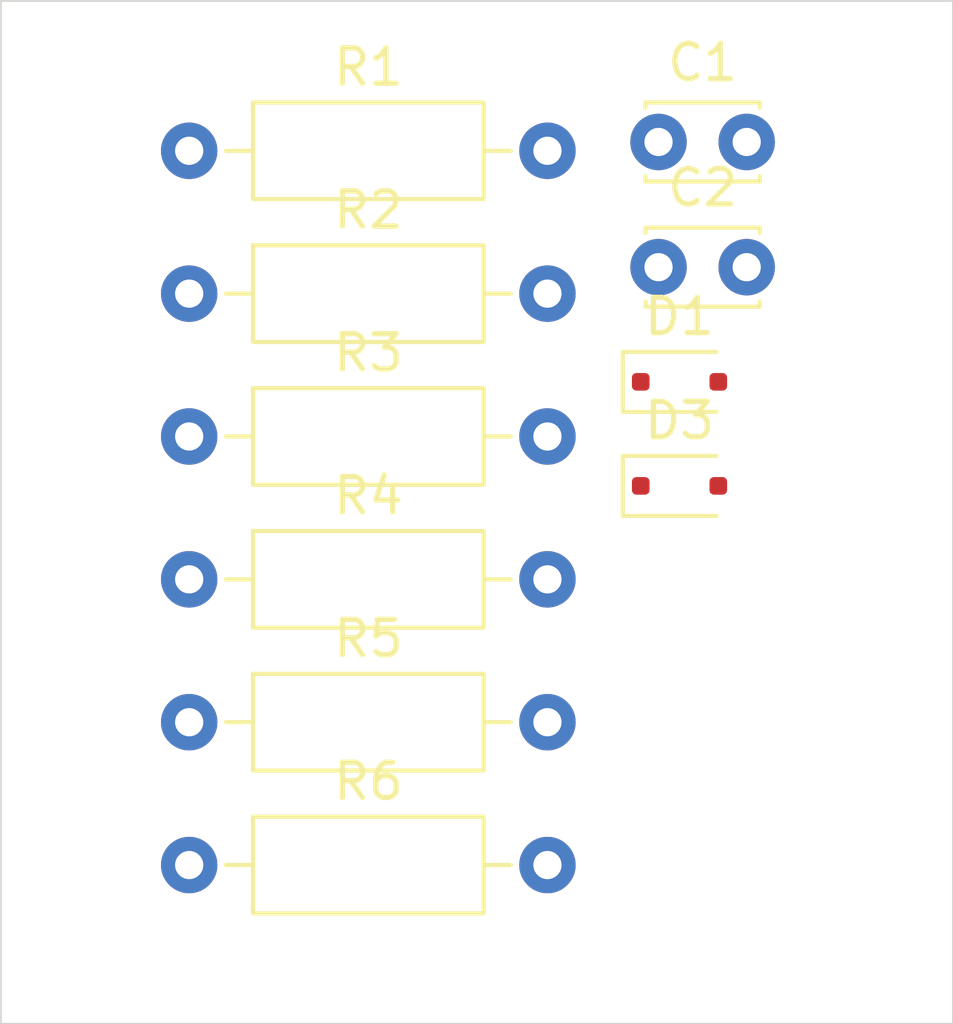
<source format=kicad_pcb>
(kicad_pcb (version 20241229) (generator "pcbnew") (generator_version "9.0")
  (layers (0 "F.Cu" signal) (2 "B.Cu" signal) (13 "F.Paste" user) (15 "B.Paste" user) (5 "F.SilkS" user "F.Silkscreen") (7 "B.SilkS" user "B.Silkscreen") (1 "F.Mask" user) (3 "B.Mask" user) (25 "Edge.Cuts" user))
  (net 0 "")
  (net 1 "GND")
  (net 2 "/Final Output")
  (net 3 "/Diode 3.3V")
  (net 4 "Net-(D1-K)")
  (net 5 "Net-(D3-A)")
  (net 6 "Net-(R1-Pad2)")
  (net 7 "Net-(R1-Pad1)")
  (footprint "Resistor_THT:R_Axial_DIN0207_L6.3mm_D2.5mm_P10.16mm_Horizontal" (layer "F.Cu") (at 105.84 94.5)
    (property "Reference" "R6" (at 5.08 -2.37 0) (layer "F.SilkS"))
    (property "Value" "100")
    (fp_line (start 1.04 0) (end 1.81 0) (stroke (width 0.12)) (layer "F.SilkS"))
    (fp_line (start 9.12 0) (end 8.35 0) (stroke (width 0.12)) (layer "F.SilkS"))
    (fp_rect (start 1.81 -1.37) (end 8.35 1.37) (stroke (width 0.12)) (fill no) (layer "F.SilkS"))
    (pad "1" thru_hole circle (at 0 0) (size 1.6 1.6) (drill 0.8) (layers "*.Cu" "*.Mask") (net 2 "/Final Output"))
    (pad "2" thru_hole circle (at 10.16 0) (size 1.6 1.6) (drill 0.8) (layers "*.Cu" "*.Mask") (net 5 "Net-(D3-A)"))
  )
  (footprint "Diode_SMD:D_SOD-323F" (layer "F.Cu") (at 119.745 80.8)
    (property "Reference" "D1" (at 0 -1.85 0) (layer "F.SilkS"))
    (property "Value" "BAT54J")
    (fp_line (start -1.61 -0.85) (end -1.61 0.85) (stroke (width 0.12)) (layer "F.SilkS"))
    (fp_line (start -1.61 -0.85) (end 1.05 -0.85) (stroke (width 0.12)) (layer "F.SilkS"))
    (fp_line (start -1.61 0.85) (end 1.05 0.85) (stroke (width 0.12)) (layer "F.SilkS"))
    (pad "1" smd roundrect (at -1.1 0) (size 0.5 0.5) (layers "F.Cu" "F.Mask" "F.Paste") (net 4 "Net-(D1-K)"))
    (pad "2" smd roundrect (at 1.1 0) (size 0.5 0.5) (layers "F.Cu" "F.Mask" "F.Paste") (net 1 "GND"))
  )
  (footprint "Capacitor_THT:C_Disc_D3.0mm_W2.0mm_P2.50mm" (layer "F.Cu") (at 119.15 77.55)
    (property "Reference" "C2" (at 1.25 -2.25 0) (layer "F.SilkS"))
    (property "Value" "1u")
    (fp_line (start -0.37 -1.12) (end 2.87 -1.12) (stroke (width 0.12)) (layer "F.SilkS"))
    (fp_line (start -0.37 -0.972) (end -0.37 -1.12) (stroke (width 0.12)) (layer "F.SilkS"))
    (fp_line (start -0.37 1.12) (end -0.37 0.972) (stroke (width 0.12)) (layer "F.SilkS"))
    (fp_line (start 2.87 -1.12) (end 2.87 -0.972) (stroke (width 0.12)) (layer "F.SilkS"))
    (fp_line (start 2.87 0.972) (end 2.87 1.12) (stroke (width 0.12)) (layer "F.SilkS"))
    (fp_line (start 2.87 1.12) (end -0.37 1.12) (stroke (width 0.12)) (layer "F.SilkS"))
    (pad "1" thru_hole circle (at 0 0) (size 1.6 1.6) (drill 0.8) (layers "*.Cu" "*.Mask") (net 3 "/Diode 3.3V"))
    (pad "2" thru_hole circle (at 2.5 0) (size 1.6 1.6) (drill 0.8) (layers "*.Cu" "*.Mask") (net 1 "GND"))
  )
  (footprint "Resistor_THT:R_Axial_DIN0207_L6.3mm_D2.5mm_P10.16mm_Horizontal" (layer "F.Cu") (at 105.84 74.25)
    (property "Reference" "R1" (at 5.08 -2.37 0) (layer "F.SilkS"))
    (property "Value" "10k")
    (fp_line (start 1.04 0) (end 1.81 0) (stroke (width 0.12)) (layer "F.SilkS"))
    (fp_line (start 9.12 0) (end 8.35 0) (stroke (width 0.12)) (layer "F.SilkS"))
    (fp_rect (start 1.81 -1.37) (end 8.35 1.37) (stroke (width 0.12)) (fill no) (layer "F.SilkS"))
    (pad "1" thru_hole circle (at 0 0) (size 1.6 1.6) (drill 0.8) (layers "*.Cu" "*.Mask") (net 7 "Net-(R1-Pad1)"))
    (pad "2" thru_hole circle (at 10.16 0) (size 1.6 1.6) (drill 0.8) (layers "*.Cu" "*.Mask") (net 6 "Net-(R1-Pad2)"))
  )
  (footprint "Resistor_THT:R_Axial_DIN0207_L6.3mm_D2.5mm_P10.16mm_Horizontal" (layer "F.Cu") (at 105.84 82.35)
    (property "Reference" "R3" (at 5.08 -2.37 0) (layer "F.SilkS"))
    (property "Value" "4k7")
    (fp_line (start 1.04 0) (end 1.81 0) (stroke (width 0.12)) (layer "F.SilkS"))
    (fp_line (start 9.12 0) (end 8.35 0) (stroke (width 0.12)) (layer "F.SilkS"))
    (fp_rect (start 1.81 -1.37) (end 8.35 1.37) (stroke (width 0.12)) (fill no) (layer "F.SilkS"))
    (pad "1" thru_hole circle (at 0 0) (size 1.6 1.6) (drill 0.8) (layers "*.Cu" "*.Mask") (net 1 "GND"))
    (pad "2" thru_hole circle (at 10.16 0) (size 1.6 1.6) (drill 0.8) (layers "*.Cu" "*.Mask") (net 6 "Net-(R1-Pad2)"))
  )
  (footprint "Resistor_THT:R_Axial_DIN0207_L6.3mm_D2.5mm_P10.16mm_Horizontal" (layer "F.Cu") (at 105.84 78.3)
    (property "Reference" "R2" (at 5.08 -2.37 0) (layer "F.SilkS"))
    (property "Value" "3k3")
    (fp_line (start 1.04 0) (end 1.81 0) (stroke (width 0.12)) (layer "F.SilkS"))
    (fp_line (start 9.12 0) (end 8.35 0) (stroke (width 0.12)) (layer "F.SilkS"))
    (fp_rect (start 1.81 -1.37) (end 8.35 1.37) (stroke (width 0.12)) (fill no) (layer "F.SilkS"))
    (pad "1" thru_hole circle (at 0 0) (size 1.6 1.6) (drill 0.8) (layers "*.Cu" "*.Mask") (net 6 "Net-(R1-Pad2)"))
    (pad "2" thru_hole circle (at 10.16 0) (size 1.6 1.6) (drill 0.8) (layers "*.Cu" "*.Mask") (net 3 "/Diode 3.3V"))
  )
  (footprint "Resistor_THT:R_Axial_DIN0207_L6.3mm_D2.5mm_P10.16mm_Horizontal" (layer "F.Cu") (at 105.84 90.45)
    (property "Reference" "R5" (at 5.08 -2.37 0) (layer "F.SilkS"))
    (property "Value" "100")
    (fp_line (start 1.04 0) (end 1.81 0) (stroke (width 0.12)) (layer "F.SilkS"))
    (fp_line (start 9.12 0) (end 8.35 0) (stroke (width 0.12)) (layer "F.SilkS"))
    (fp_rect (start 1.81 -1.37) (end 8.35 1.37) (stroke (width 0.12)) (fill no) (layer "F.SilkS"))
    (pad "1" thru_hole circle (at 0 0) (size 1.6 1.6) (drill 0.8) (layers "*.Cu" "*.Mask") (net 2 "/Final Output"))
    (pad "2" thru_hole circle (at 10.16 0) (size 1.6 1.6) (drill 0.8) (layers "*.Cu" "*.Mask") (net 4 "Net-(D1-K)"))
  )
  (footprint "Capacitor_THT:C_Disc_D3.0mm_W2.0mm_P2.50mm" (layer "F.Cu") (at 119.15 74)
    (property "Reference" "C1" (at 1.25 -2.25 0) (layer "F.SilkS"))
    (property "Value" "1nF")
    (fp_line (start -0.37 -1.12) (end 2.87 -1.12) (stroke (width 0.12)) (layer "F.SilkS"))
    (fp_line (start -0.37 -0.972) (end -0.37 -1.12) (stroke (width 0.12)) (layer "F.SilkS"))
    (fp_line (start -0.37 1.12) (end -0.37 0.972) (stroke (width 0.12)) (layer "F.SilkS"))
    (fp_line (start 2.87 -1.12) (end 2.87 -0.972) (stroke (width 0.12)) (layer "F.SilkS"))
    (fp_line (start 2.87 0.972) (end 2.87 1.12) (stroke (width 0.12)) (layer "F.SilkS"))
    (fp_line (start 2.87 1.12) (end -0.37 1.12) (stroke (width 0.12)) (layer "F.SilkS"))
    (pad "1" thru_hole circle (at 0 0) (size 1.6 1.6) (drill 0.8) (layers "*.Cu" "*.Mask") (net 1 "GND"))
    (pad "2" thru_hole circle (at 2.5 0) (size 1.6 1.6) (drill 0.8) (layers "*.Cu" "*.Mask") (net 2 "/Final Output"))
  )
  (footprint "Diode_SMD:D_SOD-323F" (layer "F.Cu") (at 119.745 83.75)
    (property "Reference" "D3" (at 0 -1.85 0) (layer "F.SilkS"))
    (property "Value" "BAT54J")
    (fp_line (start -1.61 -0.85) (end -1.61 0.85) (stroke (width 0.12)) (layer "F.SilkS"))
    (fp_line (start -1.61 -0.85) (end 1.05 -0.85) (stroke (width 0.12)) (layer "F.SilkS"))
    (fp_line (start -1.61 0.85) (end 1.05 0.85) (stroke (width 0.12)) (layer "F.SilkS"))
    (pad "1" smd roundrect (at -1.1 0) (size 0.5 0.5) (layers "F.Cu" "F.Mask" "F.Paste") (net 3 "/Diode 3.3V"))
    (pad "2" smd roundrect (at 1.1 0) (size 0.5 0.5) (layers "F.Cu" "F.Mask" "F.Paste") (net 5 "Net-(D3-A)"))
  )
  (footprint "Resistor_THT:R_Axial_DIN0207_L6.3mm_D2.5mm_P10.16mm_Horizontal" (layer "F.Cu") (at 105.84 86.4)
    (property "Reference" "R4" (at 5.08 -2.37 0) (layer "F.SilkS"))
    (property "Value" "2.2k")
    (fp_line (start 1.04 0) (end 1.81 0) (stroke (width 0.12)) (layer "F.SilkS"))
    (fp_line (start 9.12 0) (end 8.35 0) (stroke (width 0.12)) (layer "F.SilkS"))
    (fp_rect (start 1.81 -1.37) (end 8.35 1.37) (stroke (width 0.12)) (fill no) (layer "F.SilkS"))
    (pad "1" thru_hole circle (at 0 0) (size 1.6 1.6) (drill 0.8) (layers "*.Cu" "*.Mask") (net 6 "Net-(R1-Pad2)"))
    (pad "2" thru_hole circle (at 10.16 0) (size 1.6 1.6) (drill 0.8) (layers "*.Cu" "*.Mask") (net 2 "/Final Output"))
  )
  (gr_rect (start 100.5 70) (end 127.5 99) (stroke (width 0.05)) (fill no) (layer "Edge.Cuts"))
)
</source>
